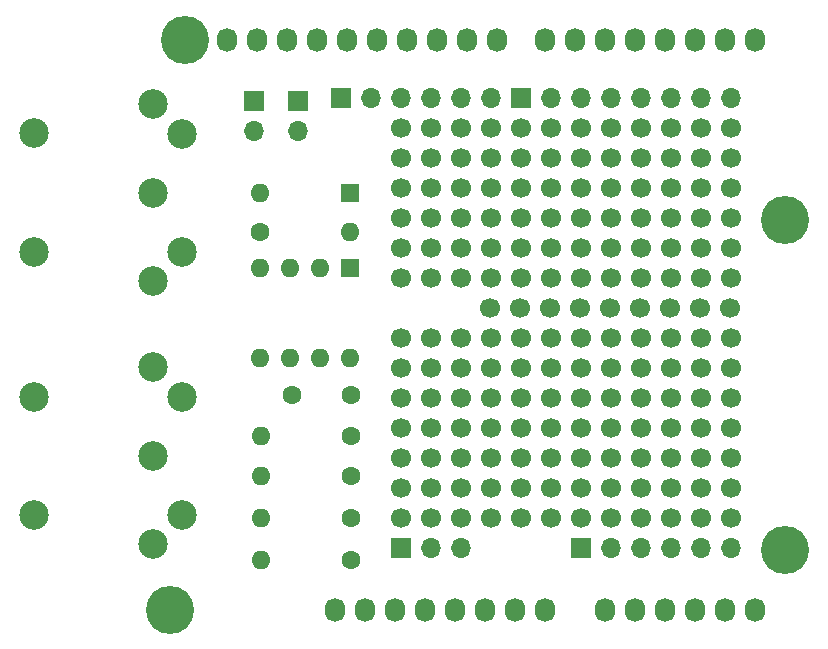
<source format=gbr>
%TF.GenerationSoftware,KiCad,Pcbnew,(6.0.5)*%
%TF.CreationDate,2022-08-29T17:14:51+01:00*%
%TF.ProjectId,ArduinoMIDIProtoShield,41726475-696e-46f4-9d49-444950726f74,rev?*%
%TF.SameCoordinates,Original*%
%TF.FileFunction,Soldermask,Bot*%
%TF.FilePolarity,Negative*%
%FSLAX46Y46*%
G04 Gerber Fmt 4.6, Leading zero omitted, Abs format (unit mm)*
G04 Created by KiCad (PCBNEW (6.0.5)) date 2022-08-29 17:14:51*
%MOMM*%
%LPD*%
G01*
G04 APERTURE LIST*
%ADD10R,1.700000X1.700000*%
%ADD11O,1.700000X1.700000*%
%ADD12R,1.600000X1.600000*%
%ADD13O,1.600000X1.600000*%
%ADD14O,1.727200X2.032000*%
%ADD15C,4.064000*%
%ADD16C,1.700000*%
%ADD17C,1.600000*%
%ADD18C,2.499360*%
G04 APERTURE END LIST*
D10*
%TO.C,J4*%
X154686000Y-80492600D03*
D11*
X157226000Y-80492600D03*
X159766000Y-80492600D03*
X162306000Y-80492600D03*
X164846000Y-80492600D03*
X167386000Y-80492600D03*
X169926000Y-80492600D03*
X172466000Y-80492600D03*
%TD*%
D10*
%TO.C,J1*%
X144526000Y-118592600D03*
D11*
X147066000Y-118592600D03*
X149606000Y-118592600D03*
%TD*%
D12*
%TO.C,U1*%
X140223400Y-94929800D03*
D13*
X137683400Y-94929800D03*
X135143400Y-94929800D03*
X132603400Y-94929800D03*
X132603400Y-102549800D03*
X135143400Y-102549800D03*
X137683400Y-102549800D03*
X140223400Y-102549800D03*
%TD*%
D14*
%TO.C,P1*%
X138938000Y-123825000D03*
X141478000Y-123825000D03*
X144018000Y-123825000D03*
X146558000Y-123825000D03*
X149098000Y-123825000D03*
X151638000Y-123825000D03*
X154178000Y-123825000D03*
X156718000Y-123825000D03*
%TD*%
%TO.C,P2*%
X161798000Y-123825000D03*
X164338000Y-123825000D03*
X166878000Y-123825000D03*
X169418000Y-123825000D03*
X171958000Y-123825000D03*
X174498000Y-123825000D03*
%TD*%
%TO.C,P3*%
X129794000Y-75565000D03*
X132334000Y-75565000D03*
X134874000Y-75565000D03*
X137414000Y-75565000D03*
X139954000Y-75565000D03*
X142494000Y-75565000D03*
X145034000Y-75565000D03*
X147574000Y-75565000D03*
X150114000Y-75565000D03*
X152654000Y-75565000D03*
%TD*%
%TO.C,P4*%
X156718000Y-75565000D03*
X159258000Y-75565000D03*
X161798000Y-75565000D03*
X164338000Y-75565000D03*
X166878000Y-75565000D03*
X169418000Y-75565000D03*
X171958000Y-75565000D03*
X174498000Y-75565000D03*
%TD*%
D15*
%TO.C,P5*%
X124968000Y-123825000D03*
%TD*%
%TO.C,P6*%
X177038000Y-118745000D03*
%TD*%
%TO.C,P7*%
X126238000Y-75565000D03*
%TD*%
%TO.C,P8*%
X177038000Y-90805000D03*
%TD*%
D16*
%TO.C,*%
X162306000Y-110972600D03*
%TD*%
%TO.C,*%
X167386000Y-85572600D03*
%TD*%
%TO.C,*%
X169926000Y-110972600D03*
%TD*%
%TO.C,*%
X152146000Y-108432600D03*
%TD*%
%TO.C,*%
X164846000Y-100812600D03*
%TD*%
%TO.C,*%
X154686000Y-90652600D03*
%TD*%
%TO.C,*%
X172466000Y-116052600D03*
%TD*%
%TO.C,*%
X169926000Y-93192600D03*
%TD*%
%TO.C,*%
X154686000Y-116052600D03*
%TD*%
%TO.C,*%
X167386000Y-105892600D03*
%TD*%
%TO.C,*%
X167386000Y-116052600D03*
%TD*%
%TO.C,*%
X147066000Y-90652600D03*
%TD*%
%TO.C,*%
X147066000Y-88112600D03*
%TD*%
%TO.C,*%
X157200600Y-98272600D03*
%TD*%
%TO.C,*%
X144526000Y-90652600D03*
%TD*%
%TO.C,*%
X162306000Y-116052600D03*
%TD*%
%TO.C,*%
X157226000Y-108432600D03*
%TD*%
%TO.C,*%
X152146000Y-93192600D03*
%TD*%
%TO.C,*%
X147066000Y-83032600D03*
%TD*%
%TO.C,*%
X164846000Y-93192600D03*
%TD*%
%TO.C,*%
X147066000Y-85572600D03*
%TD*%
%TO.C,*%
X159766000Y-100812600D03*
%TD*%
%TO.C,*%
X157226000Y-90652600D03*
%TD*%
%TO.C,*%
X169926000Y-100812600D03*
%TD*%
D10*
%TO.C,J6*%
X135839200Y-80792400D03*
D11*
X135839200Y-83332400D03*
%TD*%
D16*
%TO.C,*%
X169926000Y-90652600D03*
%TD*%
%TO.C,*%
X144526000Y-100812600D03*
%TD*%
%TO.C,*%
X162280600Y-98272600D03*
%TD*%
%TO.C,*%
X149606000Y-105892600D03*
%TD*%
%TO.C,*%
X164846000Y-90652600D03*
%TD*%
%TO.C,*%
X159766000Y-88112600D03*
%TD*%
%TO.C,*%
X144526000Y-110972600D03*
%TD*%
%TO.C,*%
X144526000Y-113512600D03*
%TD*%
D10*
%TO.C,J3*%
X139446000Y-80492600D03*
D11*
X141986000Y-80492600D03*
X144526000Y-80492600D03*
X147066000Y-80492600D03*
X149606000Y-80492600D03*
X152146000Y-80492600D03*
%TD*%
D16*
%TO.C,*%
X169926000Y-88112600D03*
%TD*%
D17*
%TO.C,R3*%
X132588000Y-91846400D03*
D13*
X140208000Y-91846400D03*
%TD*%
D16*
%TO.C,*%
X159766000Y-90652600D03*
%TD*%
D17*
%TO.C,R5*%
X140335000Y-109093000D03*
D13*
X132715000Y-109093000D03*
%TD*%
D16*
%TO.C,*%
X152146000Y-83032600D03*
%TD*%
%TO.C,*%
X172466000Y-103352600D03*
%TD*%
D12*
%TO.C,D1*%
X140208000Y-88544400D03*
D13*
X132588000Y-88544400D03*
%TD*%
D16*
%TO.C,*%
X159766000Y-83032600D03*
%TD*%
D17*
%TO.C,R4*%
X140335000Y-112522000D03*
D13*
X132715000Y-112522000D03*
%TD*%
D16*
%TO.C,*%
X172466000Y-85572600D03*
%TD*%
%TO.C,*%
X172466000Y-113512600D03*
%TD*%
%TO.C,*%
X152146000Y-103352600D03*
%TD*%
%TO.C,*%
X164846000Y-85572600D03*
%TD*%
%TO.C,*%
X164846000Y-95732600D03*
%TD*%
%TO.C,*%
X147066000Y-95732600D03*
%TD*%
%TO.C,*%
X149606000Y-113512600D03*
%TD*%
%TO.C,*%
X157226000Y-85572600D03*
%TD*%
%TO.C,*%
X164846000Y-110972600D03*
%TD*%
%TO.C,*%
X144526000Y-108432600D03*
%TD*%
%TO.C,*%
X157226000Y-103352600D03*
%TD*%
%TO.C,*%
X169926000Y-83032600D03*
%TD*%
%TO.C,*%
X162306000Y-85572600D03*
%TD*%
%TO.C,*%
X164846000Y-88112600D03*
%TD*%
%TO.C,*%
X147066000Y-103352600D03*
%TD*%
%TO.C,*%
X162306000Y-83032600D03*
%TD*%
%TO.C,*%
X144526000Y-116052600D03*
%TD*%
%TO.C,*%
X157226000Y-88112600D03*
%TD*%
%TO.C,*%
X147066000Y-105892600D03*
%TD*%
%TO.C,*%
X167386000Y-100812600D03*
%TD*%
D17*
%TO.C,C1*%
X140295000Y-105664000D03*
X135295000Y-105664000D03*
%TD*%
D16*
%TO.C,*%
X167386000Y-93192600D03*
%TD*%
%TO.C,*%
X157226000Y-95732600D03*
%TD*%
%TO.C,*%
X162306000Y-100812600D03*
%TD*%
%TO.C,*%
X172466000Y-93192600D03*
%TD*%
%TO.C,*%
X152146000Y-90652600D03*
%TD*%
%TO.C,*%
X157226000Y-113512600D03*
%TD*%
%TO.C,*%
X157226000Y-116052600D03*
%TD*%
%TO.C,*%
X169926000Y-113512600D03*
%TD*%
%TO.C,*%
X157226000Y-83032600D03*
%TD*%
%TO.C,*%
X152146000Y-85572600D03*
%TD*%
%TO.C,*%
X172466000Y-110972600D03*
%TD*%
%TO.C,*%
X159766000Y-105892600D03*
%TD*%
%TO.C,*%
X164846000Y-103352600D03*
%TD*%
%TO.C,*%
X154686000Y-105892600D03*
%TD*%
%TO.C,*%
X172466000Y-105892600D03*
%TD*%
%TO.C,*%
X169926000Y-108432600D03*
%TD*%
%TO.C,*%
X152146000Y-100812600D03*
%TD*%
%TO.C,*%
X154686000Y-85572600D03*
%TD*%
%TO.C,*%
X164846000Y-105892600D03*
%TD*%
%TO.C,*%
X167386000Y-108432600D03*
%TD*%
%TO.C,*%
X164846000Y-108432600D03*
%TD*%
%TO.C,*%
X149606000Y-116052600D03*
%TD*%
%TO.C,*%
X154686000Y-95732600D03*
%TD*%
%TO.C,*%
X167386000Y-90652600D03*
%TD*%
%TO.C,*%
X162306000Y-105892600D03*
%TD*%
%TO.C,*%
X167386000Y-83032600D03*
%TD*%
%TO.C,*%
X172466000Y-90652600D03*
%TD*%
%TO.C,*%
X154686000Y-93192600D03*
%TD*%
%TO.C,*%
X167386000Y-103352600D03*
%TD*%
%TO.C,*%
X154686000Y-113512600D03*
%TD*%
D18*
%TO.C,IN1*%
X113525300Y-83517740D03*
X113525300Y-93520260D03*
X123520200Y-96017080D03*
X123522740Y-88519000D03*
X123520200Y-81020920D03*
X126022100Y-93515180D03*
X126022100Y-83522820D03*
%TD*%
D16*
%TO.C,*%
X147066000Y-108432600D03*
%TD*%
%TO.C,*%
X152120600Y-98272600D03*
%TD*%
%TO.C,*%
X147066000Y-110972600D03*
%TD*%
%TO.C,*%
X152146000Y-110972600D03*
%TD*%
%TO.C,*%
X147066000Y-116052600D03*
%TD*%
%TO.C,*%
X152146000Y-113512600D03*
%TD*%
%TO.C,*%
X162306000Y-95732600D03*
%TD*%
%TO.C,*%
X149606000Y-100812600D03*
%TD*%
%TO.C,*%
X169926000Y-85572600D03*
%TD*%
%TO.C,*%
X162306000Y-88112600D03*
%TD*%
%TO.C,*%
X154686000Y-100812600D03*
%TD*%
%TO.C,*%
X164846000Y-113512600D03*
%TD*%
%TO.C,*%
X149606000Y-110972600D03*
%TD*%
%TO.C,*%
X167360600Y-98272600D03*
%TD*%
%TO.C,*%
X149606000Y-103352600D03*
%TD*%
%TO.C,*%
X159766000Y-110972600D03*
%TD*%
%TO.C,*%
X159766000Y-103352600D03*
%TD*%
%TO.C,*%
X144526000Y-85572600D03*
%TD*%
%TO.C,*%
X167386000Y-113512600D03*
%TD*%
%TO.C,*%
X169926000Y-95732600D03*
%TD*%
%TO.C,*%
X167386000Y-88112600D03*
%TD*%
%TO.C,*%
X149606000Y-88112600D03*
%TD*%
%TO.C,*%
X172466000Y-100812600D03*
%TD*%
%TO.C,*%
X172466000Y-95732600D03*
%TD*%
%TO.C,*%
X144526000Y-88112600D03*
%TD*%
%TO.C,*%
X149606000Y-85572600D03*
%TD*%
%TO.C,*%
X147066000Y-100812600D03*
%TD*%
%TO.C,*%
X167386000Y-95732600D03*
%TD*%
%TO.C,*%
X154686000Y-108432600D03*
%TD*%
%TO.C,*%
X152146000Y-88112600D03*
%TD*%
%TO.C,*%
X162306000Y-93192600D03*
%TD*%
D18*
%TO.C,OUT1*%
X113525300Y-115820260D03*
X113525300Y-105817740D03*
X123520200Y-118317080D03*
X123522740Y-110819000D03*
X123520200Y-103320920D03*
X126022100Y-115815180D03*
X126022100Y-105822820D03*
%TD*%
D16*
%TO.C,*%
X144526000Y-103352600D03*
%TD*%
%TO.C,*%
X157226000Y-100812600D03*
%TD*%
%TO.C,*%
X169926000Y-105892600D03*
%TD*%
D10*
%TO.C,J2*%
X159766000Y-118592600D03*
D11*
X162306000Y-118592600D03*
X164846000Y-118592600D03*
X167386000Y-118592600D03*
X169926000Y-118592600D03*
X172466000Y-118592600D03*
%TD*%
D17*
%TO.C,R1*%
X140335000Y-119634000D03*
D13*
X132715000Y-119634000D03*
%TD*%
D16*
%TO.C,*%
X159766000Y-108432600D03*
%TD*%
%TO.C,*%
X172466000Y-83032600D03*
%TD*%
%TO.C,*%
X147066000Y-113512600D03*
%TD*%
%TO.C,*%
X154686000Y-88112600D03*
%TD*%
%TO.C,*%
X157226000Y-105892600D03*
%TD*%
%TO.C,*%
X167386000Y-110972600D03*
%TD*%
%TO.C,*%
X162306000Y-103352600D03*
%TD*%
%TO.C,*%
X162306000Y-90652600D03*
%TD*%
%TO.C,*%
X169926000Y-116052600D03*
%TD*%
%TO.C,*%
X164820600Y-98272600D03*
%TD*%
%TO.C,*%
X144526000Y-93192600D03*
%TD*%
%TO.C,*%
X162306000Y-108432600D03*
%TD*%
%TO.C,*%
X159766000Y-85572600D03*
%TD*%
%TO.C,*%
X149606000Y-90652600D03*
%TD*%
%TO.C,*%
X152146000Y-116052600D03*
%TD*%
%TO.C,*%
X144526000Y-105892600D03*
%TD*%
%TO.C,*%
X172440600Y-98272600D03*
%TD*%
%TO.C,*%
X157226000Y-110972600D03*
%TD*%
%TO.C,*%
X149606000Y-83032600D03*
%TD*%
%TO.C,*%
X159766000Y-93192600D03*
%TD*%
%TO.C,*%
X157226000Y-93192600D03*
%TD*%
%TO.C,*%
X159766000Y-113512600D03*
%TD*%
D17*
%TO.C,R2*%
X140335000Y-116078000D03*
D13*
X132715000Y-116078000D03*
%TD*%
D16*
%TO.C,*%
X169926000Y-103352600D03*
%TD*%
%TO.C,*%
X152146000Y-95732600D03*
%TD*%
%TO.C,*%
X172466000Y-88112600D03*
%TD*%
%TO.C,*%
X149606000Y-93192600D03*
%TD*%
%TO.C,*%
X154686000Y-103352600D03*
%TD*%
%TO.C,*%
X147066000Y-93192600D03*
%TD*%
%TO.C,*%
X172466000Y-108432600D03*
%TD*%
%TO.C,*%
X159740600Y-98272600D03*
%TD*%
%TO.C,*%
X164846000Y-116052600D03*
%TD*%
%TO.C,*%
X154686000Y-110972600D03*
%TD*%
%TO.C,*%
X169900600Y-98272600D03*
%TD*%
%TO.C,*%
X154686000Y-83032600D03*
%TD*%
%TO.C,*%
X154660600Y-98272600D03*
%TD*%
%TO.C,*%
X159766000Y-116052600D03*
%TD*%
%TO.C,*%
X149606000Y-108432600D03*
%TD*%
%TO.C,*%
X159766000Y-95732600D03*
%TD*%
%TO.C,*%
X149606000Y-95732600D03*
%TD*%
%TO.C,*%
X144526000Y-95732600D03*
%TD*%
%TO.C,*%
X164846000Y-83032600D03*
%TD*%
%TO.C,*%
X144526000Y-83032600D03*
%TD*%
D10*
%TO.C,J5*%
X132130800Y-80787400D03*
D11*
X132130800Y-83327400D03*
%TD*%
D16*
%TO.C,*%
X152146000Y-105892600D03*
%TD*%
%TO.C,*%
X162306000Y-113512600D03*
%TD*%
M02*

</source>
